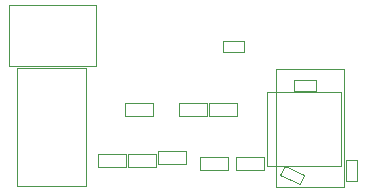
<source format=gbr>
G04 DesignSpark PCB Gerber Version 9.0 Build 5138 *
%FSLAX35Y35*%
%MOIN*%
%ADD25C,0.00197*%
%ADD24C,0.00394*%
X0Y0D02*
D02*
D24*
X197Y67588D02*
X29035D01*
Y47116*
X197*
Y67588*
X2776Y7293D02*
Y46663D01*
X25610*
Y7293*
X2776*
X88996Y6899D02*
Y46269D01*
X111831*
Y6899*
X88996*
D02*
D25*
X29835Y13458D02*
X39087D01*
Y17789*
X29835*
Y13458*
X39835D02*
X49087D01*
Y17789*
X39835*
Y13458*
X48087Y34789D02*
X38835D01*
Y30458*
X48087*
Y34789*
X49835Y14458D02*
X59087D01*
Y18789*
X49835*
Y14458*
X66087Y34789D02*
X56835D01*
Y30458*
X66087*
Y34789*
X71378Y55435D02*
X78543D01*
Y51813*
X71378*
Y55435*
X73087Y16789D02*
X63835D01*
Y12458*
X73087*
Y16789*
X76087Y34789D02*
X66835D01*
Y30458*
X76087*
Y34789*
X85087Y12458D02*
X75835D01*
Y16789*
X85087*
Y12458*
X90496Y10709D02*
X96989Y7681D01*
X98520Y10963*
X92026Y13992*
X90496Y10709*
X95256Y38946D02*
X102421D01*
Y42569*
X95256*
Y38946*
X110764Y13887D02*
Y38494D01*
X86157*
Y13887*
X110764*
X116004Y8828D02*
Y15994D01*
X112382*
Y8828*
X116004*
X0Y0D02*
M02*

</source>
